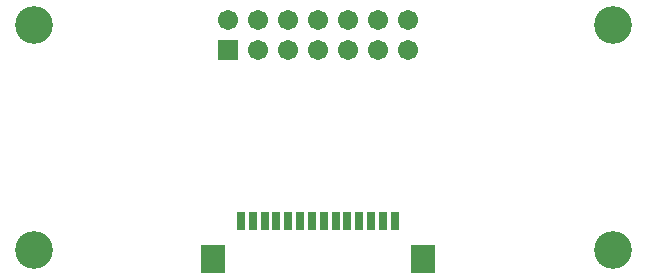
<source format=gbs>
G04*
G04 #@! TF.GenerationSoftware,Altium Limited,Altium Designer,23.10.1 (27)*
G04*
G04 Layer_Color=16711935*
%FSLAX44Y44*%
%MOMM*%
G71*
G04*
G04 #@! TF.SameCoordinates,E8663D54-F838-47F8-9E7A-4E2C6B29C732*
G04*
G04*
G04 #@! TF.FilePolarity,Negative*
G04*
G01*
G75*
%ADD16C,1.7032*%
%ADD17R,1.7032X1.7032*%
%ADD18C,3.2032*%
%ADD25R,2.0032X2.4032*%
%ADD26R,0.8032X1.5032*%
D16*
X244600Y224840D02*
D03*
X320800D02*
D03*
X244600Y199440D02*
D03*
X320800D02*
D03*
X193800Y224840D02*
D03*
X219200D02*
D03*
X270000D02*
D03*
X295400D02*
D03*
X346200D02*
D03*
X219200Y199440D02*
D03*
X295400D02*
D03*
X270000D02*
D03*
X346200D02*
D03*
D17*
X193800D02*
D03*
D18*
X520000Y30000D02*
D03*
Y220000D02*
D03*
X30000D02*
D03*
Y30000D02*
D03*
D25*
X181000Y22041D02*
D03*
X359000D02*
D03*
D26*
X305000Y54541D02*
D03*
X295000D02*
D03*
X315000D02*
D03*
X325000D02*
D03*
X335000D02*
D03*
X275000D02*
D03*
X265000D02*
D03*
X285000D02*
D03*
X255000D02*
D03*
X245000D02*
D03*
X235000D02*
D03*
X225000D02*
D03*
X215000D02*
D03*
X205000D02*
D03*
M02*

</source>
